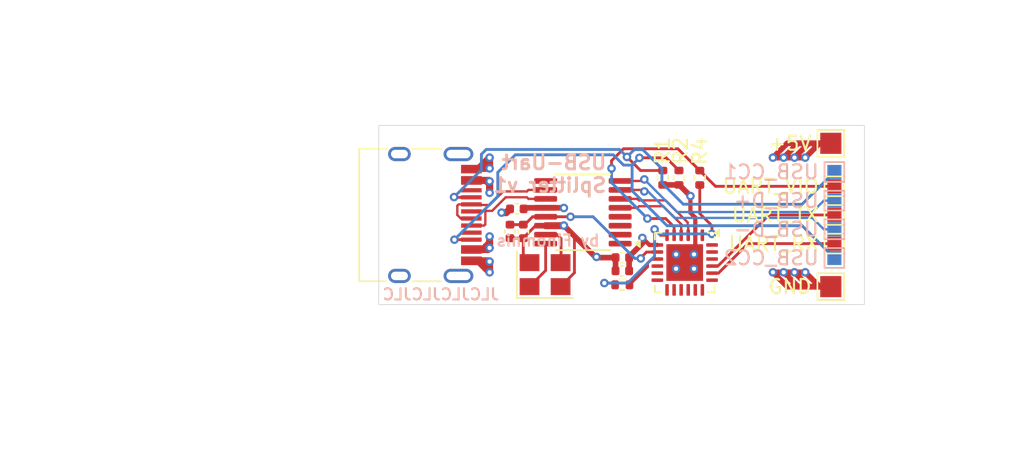
<source format=kicad_pcb>
(kicad_pcb (version 20240108) (generator "pcbnew") (generator_version "8.0")
  (layers (0 "F.Cu" signal) (1 "In1.Cu" signal) (2 "In2.Cu" signal) (31 "B.Cu" signal) (34 "B.Paste" user) (35 "F.Paste" user) (36 "B.SilkS" user "B.Silkscreen") (37 "F.SilkS" user "F.Silkscreen") (38 "B.Mask" user) (39 "F.Mask" user) (44 "Edge.Cuts" user))
  (net 0 "")
  (net 1 "GND")
  (net 2 "+5V")
  (net 3 "Net-(U1-VDD33)")
  (net 6 "/USB_CONN_D-")
  (net 7 "CC2")
  (net 8 "CC1")
  (net 9 "/USB_CONN_D+")
  (net 12 "UART_VIO")
  (net 13 "UART_RX")
  (net 14 "UART_TX")
  (net 15 "USB_D+")
  (net 16 "USB_D-")
  (net 17 "Net-(U2-VDD)")
  (net 18 "Net-(U2-~{RST})")
  (net 21 "Net-(U1-XI)")
  (net 22 "Net-(U1-XO)")
  (net 24 "/USB_UART_D-")
  (net 26 "/USB_UART_D+")
  (footprint "Resistor_SMD:R_0402_1005Metric" (layer "F.Cu") (at 147.2184 73.5636 90)
    (property "Reference" "R4" (at 1.8816 0 90) (layer "F.SilkS"))
    (property "Value" "0")
    (fp_line (start -0.153641 -0.38) (end 0.153641 -0.38) (stroke (width 0.12)) (layer "F.SilkS"))
    (fp_line (start -0.153641 0.38) (end 0.153641 0.38) (stroke (width 0.12)) (layer "F.SilkS"))
    (pad "1" smd roundrect (at -0.51 0 90) (size 0.54 0.64) (layers "F.Cu" "F.Paste" "F.Mask") (net 17 "Net-(U2-VDD)"))
    (pad "2" smd roundrect (at 0.51 0 90) (size 0.54 0.64) (layers "F.Cu" "F.Paste" "F.Mask") (net 12 "UART_VIO"))
  )
  (footprint "Capacitor_SMD:C_0402_1005Metric" (layer "F.Cu") (at 133.7818 77.3658 -90)
    (property "Reference" "C1")
    (property "Value" "0.1u")
    (fp_line (start -0.107836 0.36) (end 0.107836 0.36) (stroke (width 0.12)) (layer "F.SilkS"))
    (fp_line (start -0.107836 -0.36) (end 0.107836 -0.36) (stroke (width 0.12)) (layer "F.SilkS"))
    (pad "1" smd roundrect (at -0.48 0 270) (size 0.56 0.62) (layers "F.Cu" "F.Paste" "F.Mask") (net 3 "Net-(U1-VDD33)"))
    (pad "2" smd roundrect (at 0.48 0 270) (size 0.56 0.62) (layers "F.Cu" "F.Paste" "F.Mask") (net 1 "GND"))
  )
  (footprint "Capacitor_SMD:C_0402_1005Metric" (layer "F.Cu") (at 141.7346 80.1624 180)
    (property "Reference" "C4")
    (property "Value" "4.7u")
    (fp_line (start -0.107836 0.36) (end 0.107836 0.36) (stroke (width 0.12)) (layer "F.SilkS"))
    (fp_line (start -0.107836 -0.36) (end 0.107836 -0.36) (stroke (width 0.12)) (layer "F.SilkS"))
    (pad "1" smd roundrect (at -0.48 0 180) (size 0.56 0.62) (layers "F.Cu" "F.Paste" "F.Mask") (net 2 "+5V"))
    (pad "2" smd roundrect (at 0.48 0 180) (size 0.56 0.62) (layers "F.Cu" "F.Paste" "F.Mask") (net 1 "GND"))
  )
  (footprint "Resistor_SMD:R_0402_1005Metric" (layer "F.Cu") (at 141.732 81.153)
    (property "Reference" "R3")
    (property "Value" "1k")
    (fp_line (start -0.153641 -0.38) (end 0.153641 -0.38) (stroke (width 0.12)) (layer "F.SilkS"))
    (fp_line (start -0.153641 0.38) (end 0.153641 0.38) (stroke (width 0.12)) (layer "F.SilkS"))
    (pad "1" smd roundrect (at -0.51 0) (size 0.54 0.64) (layers "F.Cu" "F.Paste" "F.Mask") (net 17 "Net-(U2-VDD)"))
    (pad "2" smd roundrect (at 0.51 0) (size 0.54 0.64) (layers "F.Cu" "F.Paste" "F.Mask") (net 18 "Net-(U2-~{RST})"))
  )
  (footprint "Capacitor_SMD:C_0402_1005Metric" (layer "F.Cu") (at 134.7216 77.3658 -90)
    (property "Reference" "C2")
    (property "Value" "10u")
    (fp_line (start -0.107836 0.36) (end 0.107836 0.36) (stroke (width 0.12)) (layer "F.SilkS"))
    (fp_line (start -0.107836 -0.36) (end 0.107836 -0.36) (stroke (width 0.12)) (layer "F.SilkS"))
    (pad "1" smd roundrect (at -0.48 0 270) (size 0.56 0.62) (layers "F.Cu" "F.Paste" "F.Mask") (net 3 "Net-(U1-VDD33)"))
    (pad "2" smd roundrect (at 0.48 0 270) (size 0.56 0.62) (layers "F.Cu" "F.Paste" "F.Mask") (net 1 "GND"))
  )
  (footprint "TestPoint:TestPoint_Pad_1.0x1.0mm" (layer "F.Cu") (at 156.752201 76.2)
    (property "Reference" "J5" (hide yes))
    (property "Value" "UART_TX" (at -1.016 0 0) (layer "F.SilkS") (effects (justify right)))
    (fp_line (start -0.7 -0.7) (end 0.7 -0.7) (stroke (width 0.12)) (layer "F.SilkS"))
    (fp_line (start -0.7 0.7) (end -0.7 -0.7) (stroke (width 0.12)) (layer "F.SilkS"))
    (fp_line (start 0.7 -0.7) (end 0.7 0.7) (stroke (width 0.12)) (layer "F.SilkS"))
    (fp_line (start 0.7 0.7) (end -0.7 0.7) (stroke (width 0.12)) (layer "F.SilkS"))
    (pad "1" smd rect (at 0 0) (size 1 1) (layers "F.Cu" "F.Mask") (net 14 "UART_TX"))
  )
  (footprint "Package_DFN_QFN:QFN-24-1EP_4x4mm_P0.5mm_EP2.6x2.6mm" (layer "F.Cu") (at 146.1516 79.5742 -90)
    (property "Reference" "U2")
    (property "Value" "CP2102N-Axx-xQFN24")
    (fp_line (start -2.11 2.11) (end -2.11 1.635) (stroke (width 0.12)) (layer "F.SilkS"))
    (fp_line (start -1.635 2.11) (end -2.11 2.11) (stroke (width 0.12)) (layer "F.SilkS"))
    (fp_line (start 1.635 2.11) (end 2.11 2.11) (stroke (width 0.12)) (layer "F.SilkS"))
    (fp_line (start 2.11 2.11) (end 2.11 1.635) (stroke (width 0.12)) (layer "F.SilkS"))
    (fp_line (start -2.11 -1.635) (end -2.11 -1.87) (stroke (width 0.12)) (layer "F.SilkS"))
    (fp_line (start -1.635 -2.11) (end -1.81 -2.11) (stroke (width 0.12)) (layer "F.SilkS"))
    (fp_line (start 1.635 -2.11) (end 2.11 -2.11) (stroke (width 0.12)) (layer "F.SilkS"))
    (fp_line (start 2.11 -2.11) (end 2.11 -1.635) (stroke (width 0.12)) (layer "F.SilkS"))
    (fp_poly (pts (xy -2.11 -2.11) (xy -2.35 -2.44) (xy -1.87 -2.44) (xy -2.11 -2.11)) (stroke (width 0.12)) (fill solid) (layer "F.SilkS"))
    (pad "1" smd roundrect (at -1.9375 -1.25 270) (size 0.825 0.25) (layers "F.Cu" "F.Paste" "F.Mask"))
    (pad "2" smd roundrect (at -1.9375 -0.75 270) (size 0.825 0.25) (layers "F.Cu" "F.Paste" "F.Mask") (net 1 "GND"))
    (pad "3" smd roundrect (at -1.9375 -0.25 270) (size 0.825 0.25) (layers "F.Cu" "F.Paste" "F.Mask") (net 26 "/USB_UART_D+"))
    (pad "4" smd roundrect (at -1.9375 0.25 270) (size 0.825 0.25) (layers "F.Cu" "F.Paste" "F.Mask") (net 24 "/USB_UART_D-"))
    (pad "5" smd roundrect (at -1.9375 0.75 270) (size 0.825 0.25) (layers "F.Cu" "F.Paste" "F.Mask") (net 12 "UART_VIO"))
    (pad "6" smd roundrect (at -1.9375 1.25 270) (size 0.825 0.25) (layers "F.Cu" "F.Paste" "F.Mask") (net 17 "Net-(U2-VDD)"))
    (pad "7" smd roundrect (at -1.25 1.9375 270) (size 0.25 0.825) (layers "F.Cu" "F.Paste" "F.Mask") (net 2 "+5V"))
    (pad "8" smd roundrect (at -0.75 1.9375 270) (size 0.25 0.825) (layers "F.Cu" "F.Paste" "F.Mask") (net 3 "Net-(U1-VDD33)"))
    (pad "9" smd roundrect (at -0.25 1.9375 270) (size 0.25 0.825) (layers "F.Cu" "F.Paste" "F.Mask") (net 18 "Net-(U2-~{RST})"))
    (pad "10" smd roundrect (at 0.25 1.9375 270) (size 0.25 0.825) (layers "F.Cu" "F.Paste" "F.Mask"))
    (pad "11" smd roundrect (at 0.75 1.9375 270) (size 0.25 0.825) (layers "F.Cu" "F.Paste" "F.Mask"))
    (pad "12" smd roundrect (at 1.25 1.9375 270) (size 0.25 0.825) (layers "F.Cu" "F.Paste" "F.Mask"))
    (pad "13" smd roundrect (at 1.9375 1.25 270) (size 0.825 0.25) (layers "F.Cu" "F.Paste" "F.Mask"))
    (pad "14" smd roundrect (at 1.9375 0.75 270) (size 0.825 0.25) (layers "F.Cu" "F.Paste" "F.Mask"))
    (pad "15" smd roundrect (at 1.9375 0.25 270) (size 0.825 0.25) (layers "F.Cu" "F.Paste" "F.Mask"))
    (pad "16" smd roundrect (at 1.9375 -0.25 270) (size 0.825 0.25) (layers "F.Cu" "F.Paste" "F.Mask"))
    (pad "17" smd roundrect (at 1.9375 -0.75 270) (size 0.825 0.25) (layers "F.Cu" "F.Paste" "F.Mask"))
    (pad "18" smd roundrect (at 1.9375 -1.25 270) (size 0.825 0.25) (layers "F.Cu" "F.Paste" "F.Mask"))
    (pad "19" smd roundrect (at 1.25 -1.9375 270) (size 0.25 0.825) (layers "F.Cu" "F.Paste" "F.Mask"))
    (pad "20" smd roundrect (at 0.75 -1.9375 270) (size 0.25 0.825) (layers "F.Cu" "F.Paste" "F.Mask") (net 13 "UART_RX"))
    (pad "21" smd roundrect (at 0.25 -1.9375 270) (size 0.25 0.825) (layers "F.Cu" "F.Paste" "F.Mask") (net 14 "UART_TX"))
    (pad "22" smd roundrect (at -0.25 -1.9375 270) (size 0.25 0.825) (layers "F.Cu" "F.Paste" "F.Mask"))
    (pad "23" smd roundrect (at -0.75 -1.9375 270) (size 0.25 0.825) (layers "F.Cu" "F.Paste" "F.Mask"))
    (pad "24" smd roundrect (at -1.25 -1.9375 270) (size 0.25 0.825) (layers "F.Cu" "F.Paste" "F.Mask"))
    (pad "25" smd rect (at 0 0 270) (size 2.6 2.6) (property pad_prop_heatsink) (layers "F.Cu" "F.Mask") (net 1 "GND"))
  )
  (footprint "Connector_USB:USB_C_Receptacle_HRO_TYPE-C-31-M-12" (layer "F.Cu") (at 127 76.2 -90)
    (property "Reference" "J1")
    (property "Value" "USB_C_Receptacle_USB2.0_14P")
    (fp_line (start -4.7 3.9) (end 4.7 3.9) (stroke (width 0.12)) (layer "F.SilkS"))
    (fp_line (start -4.7 2) (end -4.7 3.9) (stroke (width 0.12)) (layer "F.SilkS"))
    (fp_line (start 4.7 2) (end 4.7 3.9) (stroke (width 0.12)) (layer "F.SilkS"))
    (fp_line (start -4.7 -1.9) (end -4.7 0.1) (stroke (width 0.12)) (layer "F.SilkS"))
    (fp_line (start 4.7 -1.9) (end 4.7 0.1) (stroke (width 0.12)) (layer "F.SilkS"))
    (pad "" np_thru_hole circle (at -2.89 -2.6 270) (size 0.65 0.65) (drill 0.65) (layers "*.Cu" "*.Mask"))
    (pad "" np_thru_hole circle (at 2.89 -2.6 270) (size 0.65 0.65) (drill 0.65) (layers "*.Cu" "*.Mask"))
    (pad "A1" smd rect (at -3.25 -4.045 270) (size 0.6 1.45) (layers "F.Cu" "F.Paste" "F.Mask") (net 1 "GND"))
    (pad "A4" smd rect (at -2.45 -4.045 270) (size 0.6 1.45) (layers "F.Cu" "F.Paste" "F.Mask") (net 2 "+5V"))
    (pad "A5" smd rect (at -1.25 -4.045 270) (size 0.3 1.45) (layers "F.Cu" "F.Paste" "F.Mask") (net 8 "CC1"))
    (pad "A6" smd rect (at -0.25 -4.045 270) (size 0.3 1.45) (layers "F.Cu" "F.Paste" "F.Mask") (net 9 "/USB_CONN_D+"))
    (pad "A7" smd rect (at 0.25 -4.045 270) (size 0.3 1.45) (layers "F.Cu" "F.Paste" "F.Mask") (net 6 "/USB_CONN_D-"))
    (pad "A8" smd rect (at 1.25 -4.045 270) (size 0.3 1.45) (layers "F.Cu" "F.Paste" "F.Mask"))
    (pad "A9" smd rect (at 2.45 -4.045 270) (size 0.6 1.45) (layers "F.Cu" "F.Paste" "F.Mask") (net 2 "+5V"))
    (pad "A12" smd rect (at 3.25 -4.045 270) (size 0.6 1.45) (layers "F.Cu" "F.Paste" "F.Mask") (net 1 "GND"))
    (pad "B1" smd rect (at 3.25 -4.045 270) (size 0.6 1.45) (layers "F.Cu" "F.Paste" "F.Mask") (net 1 "GND"))
    (pad "B4" smd rect (at 2.45 -4.045 270) (size 0.6 1.45) (layers "F.Cu" "F.Paste" "F.Mask") (net 2 "+5V"))
    (pad "B5" smd rect (at 1.75 -4.045 270) (size 0.3 1.45) (layers "F.Cu" "F.Paste" "F.Mask") (net 7 "CC2"))
    (pad "B6" smd rect (at 0.75 -4.045 270) (size 0.3 1.45) (layers "F.Cu" "F.Paste" "F.Mask") (net 9 "/USB_CONN_D+"))
    (pad "B7" smd rect (at -0.75 -4.045 270) (size 0.3 1.45) (layers "F.Cu" "F.Paste" "F.Mask") (net 6 "/USB_CONN_D-"))
    (pad "B8" smd rect (at -1.75 -4.045 270) (size 0.3 1.45) (layers "F.Cu" "F.Paste" "F.Mask"))
    (pad "B9" smd rect (at -2.45 -4.045 270) (size 0.6 1.45) (layers "F.Cu" "F.Paste" "F.Mask") (net 2 "+5V"))
    (pad "B12" smd rect (at -3.25 -4.045 270) (size 0.6 1.45) (layers "F.Cu" "F.Paste" "F.Mask") (net 1 "GND"))
    (pad "S1" thru_hole oval (at -4.32 -3.13 270) (size 1 2.1) (drill oval 0.6 1.7) (layers "*.Cu" "*.Mask"))
    (pad "S1" thru_hole oval (at -4.32 1.05 270) (size 1 1.6) (drill oval 0.6 1.2) (layers "*.Cu" "*.Mask"))
    (pad "S1" thru_hole oval (at 4.32 -3.13 270) (size 1 2.1) (drill oval 0.6 1.7) (layers "*.Cu" "*.Mask"))
    (pad "S1" thru_hole oval (at 4.32 1.05 270) (size 1 1.6) (drill oval 0.6 1.2) (layers "*.Cu" "*.Mask"))
  )
  (footprint "TestPoint:TestPoint_Pad_1.0x1.0mm" (layer "F.Cu") (at 156.752201 78.232)
    (property "Reference" "J3" (hide yes))
    (property "Value" "UART_RX" (at -1.016 0 0) (layer "F.SilkS") (effects (justify right)))
    (fp_line (start -0.7 -0.7) (end 0.7 -0.7) (stroke (width 0.12)) (layer "F.SilkS"))
    (fp_line (start -0.7 0.7) (end -0.7 -0.7) (stroke (width 0.12)) (layer "F.SilkS"))
    (fp_line (start 0.7 -0.7) (end 0.7 0.7) (stroke (width 0.12)) (layer "F.SilkS"))
    (fp_line (start 0.7 0.7) (end -0.7 0.7) (stroke (width 0.12)) (layer "F.SilkS"))
    (pad "1" smd rect (at 0 0) (size 1 1) (layers "F.Cu" "F.Mask") (net 13 "UART_RX"))
  )
  (footprint "TestPoint:TestPoint_Pad_1.5x1.5mm" (layer "F.Cu") (at 156.498201 71.12)
    (property "Reference" "J4" (hide yes))
    (property "Value" "+5V" (at -1.27 0 0) (layer "F.SilkS") (effects (justify right)))
    (fp_line (start -0.95 -0.95) (end 0.95 -0.95) (stroke (width 0.12)) (layer "F.SilkS"))
    (fp_line (start -0.95 0.95) (end -0.95 -0.95) (stroke (width 0.12)) (layer "F.SilkS"))
    (fp_line (start 0.95 -0.95) (end 0.95 0.95) (stroke (width 0.12)) (layer "F.SilkS"))
    (fp_line (start 0.95 0.95) (end -0.95 0.95) (stroke (width 0.12)) (layer "F.SilkS"))
    (pad "1" smd rect (at 0 0) (size 1.5 1.5) (layers "F.Cu" "F.Mask") (net 2 "+5V"))
  )
  (footprint "Package_SO:QSOP-16_3.9x4.9mm_P0.635mm" (layer "F.Cu") (at 138.9421 76.0095 180)
    (property "Reference" "U1")
    (property "Value" "CH334R")
    (fp_line (start 0 2.6825) (end 1.95 2.6825) (stroke (width 0.12)) (layer "F.SilkS"))
    (fp_line (start 0 2.6825) (end -1.95 2.6825) (stroke (width 0.12)) (layer "F.SilkS"))
    (fp_line (start 0 -2.6825) (end 1.95 -2.6825) (stroke (width 0.12)) (layer "F.SilkS"))
    (fp_line (start 0 -2.6825) (end -1.95 -2.6825) (stroke (width 0.12)) (layer "F.SilkS"))
    (fp_poly (pts (xy -3.71 -2.2225) (xy -4.04 -2.4625) (xy -4.04 -1.9825) (xy -3.71 -2.2225)) (stroke (width 0.12)) (fill solid) (layer "F.SilkS"))
    (pad "1" smd roundrect (at -2.6375 -2.2225 180) (size 1.625 0.4) (layers "F.Cu" "F.Paste" "F.Mask"))
    (pad "2" smd roundrect (at -2.6375 -1.5875 180) (size 1.625 0.4) (layers "F.Cu" "F.Paste" "F.Mask"))
    (pad "3" smd roundrect (at -2.6375 -0.9525 180) (size 1.625 0.4) (layers "F.Cu" "F.Paste" "F.Mask"))
    (pad "4" smd roundrect (at -2.6375 -0.3175 180) (size 1.625 0.4) (layers "F.Cu" "F.Paste" "F.Mask"))
    (pad "5" smd roundrect (at -2.6375 0.3175 180) (size 1.625 0.4) (layers "F.Cu" "F.Paste" "F.Mask") (net 24 "/USB_UART_D-"))
    (pad "6" smd roundrect (at -2.6375 0.9525 180) (size 1.625 0.4) (layers "F.Cu" "F.Paste" "F.Mask") (net 26 "/USB_UART_D+"))
    (pad "7" smd roundrect (at -2.6375 1.5875 180) (size 1.625 0.4) (layers "F.Cu" "F.Paste" "F.Mask") (net 16 "USB_D-"))
    (pad "8" smd roundrect (at -2.6375 2.2225 180) (size 1.625 0.4) (layers "F.Cu" "F.Paste" "F.Mask") (net 15 "USB_D+"))
    (pad "9" smd roundrect (at 2.6375 2.2225 180) (size 1.625 0.4) (layers "F.Cu" "F.Paste" "F.Mask"))
    (pad "10" smd roundrect (at 2.6375 1.5875 180) (size 1.625 0.4) (layers "F.Cu" "F.Paste" "F.Mask") (net 6 "/USB_CONN_D-"))
    (pad "11" smd roundrect (at 2.6375 0.9525 180) (size 1.625 0.4) (layers "F.Cu" "F.Paste" "F.Mask") (net 9 "/USB_CONN_D+"))
    (pad "12" smd roundrect (at 2.6375 0.3175 180) (size 1.625 0.4) (layers "F.Cu" "F.Paste" "F.Mask") (net 2 "+5V"))
    (pad "13" smd roundrect (at 2.6375 -0.3175 180) (size 1.625 0.4) (layers "F.Cu" "F.Paste" "F.Mask") (net 3 "Net-(U1-VDD33)"))
    (pad "14" smd roundrect (at 2.6375 -0.9525 180) (size 1.625 0.4) (layers "F.Cu" "F.Paste" "F.Mask") (net 1 "GND"))
    (pad "15" smd roundrect (at 2.6375 -1.5875 180) (size 1.625 0.4) (layers "F.Cu" "F.Paste" "F.Mask") (net 22 "Net-(U1-XO)"))
    (pad "16" smd roundrect (at 2.6375 -2.2225 180) (size 1.625 0.4) (layers "F.Cu" "F.Paste" "F.Mask") (net 21 "Net-(U1-XI)"))
  )
  (footprint "Resistor_SMD:R_0402_1005Metric" (layer "F.Cu") (at 144.6022 73.5584 -90)
    (property "Reference" "R1" (at -1.903 0.0254 90) (layer "F.SilkS"))
    (property "Value" "5.1k")
    (fp_line (start -0.153641 0.38) (end 0.153641 0.38) (stroke (width 0.12)) (layer "F.SilkS"))
    (fp_line (start -0.153641 -0.38) (end 0.153641 -0.38) (stroke (width 0.12)) (layer "F.SilkS"))
    (pad "1" smd roundrect (at -0.51 0 270) (size 0.54 0.64) (layers "F.Cu" "F.Paste" "F.Mask") (net 8 "CC1"))
    (pad "2" smd roundrect (at 0.51 0 270) (size 0.54 0.64) (layers "F.Cu" "F.Paste" "F.Mask") (net 1 "GND"))
  )
  (footprint "TestPoint:TestPoint_Pad_1.5x1.5mm" (layer "F.Cu") (at 156.498201 81.28)
    (property "Reference" "J10" (hide yes))
    (property "Value" "GND" (at -1.27 0 0) (layer "F.SilkS") (effects (justify right)))
    (fp_line (start -0.95 -0.95) (end 0.95 -0.95) (stroke (width 0.12)) (layer "F.SilkS"))
    (fp_line (start -0.95 0.95) (end -0.95 -0.95) (stroke (width 0.12)) (layer "F.SilkS"))
    (fp_line (start 0.95 -0.95) (end 0.95 0.95) (stroke (width 0.12)) (layer "F.SilkS"))
    (fp_line (start 0.95 0.95) (end -0.95 0.95) (stroke (width 0.12)) (layer "F.SilkS"))
    (pad "1" smd rect (at 0 0) (size 1.5 1.5) (layers "F.Cu" "F.Mask") (net 1 "GND"))
  )
  (footprint "Resistor_SMD:R_0402_1005Metric" (layer "F.Cu") (at 145.7452 73.5584 -90)
    (property "Reference" "R2" (at -1.903 -0.1016 90) (layer "F.SilkS"))
    (property "Value" "5.1k")
    (fp_line (start -0.153641 0.38) (end 0.153641 0.38) (stroke (width 0.12)) (layer "F.SilkS"))
    (fp_line (start -0.153641 -0.38) (end 0.153641 -0.38) (stroke (width 0.12)) (layer "F.SilkS"))
    (pad "1" smd roundrect (at -0.51 0 270) (size 0.54 0.64) (layers "F.Cu" "F.Paste" "F.Mask") (net 7 "CC2"))
    (pad "2" smd roundrect (at 0.51 0 270) (size 0.54 0.64) (layers "F.Cu" "F.Paste" "F.Mask") (net 1 "GND"))
  )
  (footprint "Crystal:Crystal_SMD_3225-4Pin_3.2x2.5mm" (layer "F.Cu") (at 136.2632 80.4282)
    (property "Reference" "Y1")
    (property "Value" "12MHz")
    (fp_line (start -2 -1.65) (end -2 1.65) (stroke (width 0.12)) (layer "F.SilkS"))
    (fp_line (start -2 1.65) (end 2 1.65) (stroke (width 0.12)) (layer "F.SilkS"))
    (pad "1" smd rect (at -1.1 0.85) (size 1.4 1.2) (layers "F.Cu" "F.Paste" "F.Mask") (net 21 "Net-(U1-XI)"))
    (pad "2" smd rect (at 1.1 0.85) (size 1.4 1.2) (layers "F.Cu" "F.Paste" "F.Mask") (net 1 "GND"))
    (pad "3" smd rect (at 1.1 -0.85) (size 1.4 1.2) (layers "F.Cu" "F.Paste" "F.Mask") (net 22 "Net-(U1-XO)"))
    (pad "4" smd rect (at -1.1 -0.85) (size 1.4 1.2) (layers "F.Cu" "F.Paste" "F.Mask") (net 1 "GND"))
  )
  (footprint "TestPoint:TestPoint_Pad_1.0x1.0mm" (layer "F.Cu") (at 156.752201 74.168)
    (property "Reference" "J2" (hide yes))
    (property "Value" "UART_VIO" (at -1.016 0 0) (layer "F.SilkS") (effects (justify right)))
    (fp_line (start -0.7 -0.7) (end 0.7 -0.7) (stroke (width 0.12)) (layer "F.SilkS"))
    (fp_line (start -0.7 0.7) (end -0.7 -0.7) (stroke (width 0.12)) (layer "F.SilkS"))
    (fp_line (start 0.7 -0.7) (end 0.7 0.7) (stroke (width 0.12)) (layer "F.SilkS"))
    (fp_line (start 0.7 0.7) (end -0.7 0.7) (stroke (width 0.12)) (layer "F.SilkS"))
    (pad "1" smd rect (at 0 0) (size 1 1) (layers "F.Cu" "F.Mask") (net 12 "UART_VIO"))
  )
  (footprint "Capacitor_SMD:C_0402_1005Metric" (layer "F.Cu") (at 134.2644 75.7682 180)
    (property "Reference" "C3")
    (property "Value" "1u")
    (fp_line (start -0.107836 0.36) (end 0.107836 0.36) (stroke (width 0.12)) (layer "F.SilkS"))
    (fp_line (start -0.107836 -0.36) (end 0.107836 -0.36) (stroke (width 0.12)) (layer "F.SilkS"))
    (pad "1" smd roundrect (at -0.48 0 180) (size 0.56 0.62) (layers "F.Cu" "F.Paste" "F.Mask") (net 2 "+5V"))
    (pad "2" smd roundrect (at 0.48 0 180) (size 0.56 0.62) (layers "F.Cu" "F.Paste" "F.Mask") (net 1 "GND"))
  )
  (footprint "Capacitor_SMD:C_0402_1005Metric" (layer "F.Cu") (at 141.7346 79.2226 180)
    (property "Reference" "C5")
    (property "Value" "0.1u")
    (fp_line (start -0.107836 0.36) (end 0.107836 0.36) (stroke (width 0.12)) (layer "F.SilkS"))
    (fp_line (start -0.107836 -0.36) (end 0.107836 -0.36) (stroke (width 0.12)) (layer "F.SilkS"))
    (pad "1" smd roundrect (at -0.48 0 180) (size 0.56 0.62) (layers "F.Cu" "F.Paste" "F.Mask") (net 2 "+5V"))
    (pad "2" smd roundrect (at 0.48 0 180) (size 0.56 0.62) (layers "F.Cu" "F.Paste" "F.Mask") (net 1 "GND"))
  )
  (footprint "TestPoint:TestPoint_Pad_1.0x1.0mm" (layer "B.Cu") (at 156.752201 79.248 180)
    (property "Reference" "J9" (hide yes))
    (property "Value" "USB_CC2" (at 1.016 0 0) (layer "B.SilkS") (effects (justify left mirror)))
    (fp_line (start 0.7 0.7) (end -0.7 0.7) (stroke (width 0.12)) (layer "B.SilkS"))
    (fp_line (start 0.7 -0.7) (end 0.7 0.7) (stroke (width 0.12)) (layer "B.SilkS"))
    (fp_line (start -0.7 0.7) (end -0.7 -0.7) (stroke (width 0.12)) (layer "B.SilkS"))
    (fp_line (start -0.7 -0.7) (end 0.7 -0.7) (stroke (width 0.12)) (layer "B.SilkS"))
    (pad "1" smd rect (at 0 0 180) (size 1 1) (layers "B.Cu" "B.Mask") (net 7 "CC2"))
  )
  (footprint "TestPoint:TestPoint_Pad_1.0x1.0mm" (layer "B.Cu") (at 156.752201 73.152 180)
    (property "Reference" "J6")
    (property "Value" "USB_CC1" (at 1.016 0 0) (layer "B.SilkS") (effects (justify left mirror)))
    (fp_line (start 0.7 0.7) (end -0.7 0.7) (stroke (width 0.12)) (layer "B.SilkS"))
    (fp_line (start 0.7 -0.7) (end 0.7 0.7) (stroke (width 0.12)) (layer "B.SilkS"))
    (fp_line (start -0.7 0.7) (end -0.7 -0.7) (stroke (width 0.12)) (layer "B.SilkS"))
    (fp_line (start -0.7 -0.7) (end 0.7 -0.7) (stroke (width 0.12)) (layer "B.SilkS"))
    (pad "1" smd rect (at 0 0 180) (size 1 1) (layers "B.Cu" "B.Mask") (net 8 "CC1"))
  )
  (footprint "TestPoint:TestPoint_Pad_1.0x1.0mm" (layer "B.Cu") (at 156.752201 75.184 180)
    (property "Reference" "J7")
    (property "Value" "USB_D+" (at 1.016 0 0) (layer "B.SilkS") (effects (justify left mirror)))
    (fp_line (start 0.7 0.7) (end -0.7 0.7) (stroke (width 0.12)) (layer "B.SilkS"))
    (fp_line (start 0.7 -0.7) (end 0.7 0.7) (stroke (width 0.12)) (layer "B.SilkS"))
    (fp_line (start -0.7 0.7) (end -0.7 -0.7) (stroke (width 0.12)) (layer "B.SilkS"))
    (fp_line (start -0.7 -0.7) (end 0.7 -0.7) (stroke (width 0.12)) (layer "B.SilkS"))
    (pad "1" smd rect (at 0 0 180) (size 1 1) (layers "B.Cu" "B.Mask") (net 15 "USB_D+"))
  )
  (footprint "TestPoint:TestPoint_Pad_1.0x1.0mm" (layer "B.Cu") (at 156.752201 77.216 180)
    (property "Reference" "J8" (hide yes))
    (property "Value" "USB_D-" (at 1.016 0 0) (layer "B.SilkS") (effects (justify left mirror)))
    (fp_line (start 0.7 0.7) (end -0.7 0.7) (stroke (width 0.12)) (layer "B.SilkS"))
    (fp_line (start 0.7 -0.7) (end 0.7 0.7) (stroke (width 0.12)) (layer "B.SilkS"))
    (fp_line (start -0.7 0.7) (end -0.7 -0.7) (stroke (width 0.12)) (layer "B.SilkS"))
    (fp_line (start -0.7 -0.7) (end 0.7 -0.7) (stroke (width 0.12)) (layer "B.SilkS"))
    (pad "1" smd rect (at 0 0 180) (size 1 1) (layers "B.Cu" "B.Mask") (net 16 "USB_D-"))
  )
  (gr_rect (start 124.4854 69.85) (end 158.877 82.55) (stroke (width 0.05)) (fill none) (layer "Edge.Cuts"))
  (gr_text "USB-Uart\nSplitter v1" (at 140.716 74.676 0) (layer "B.SilkS") (effects (font (size 1 1) (thickness 0.2) (bold yes)) (justify left bottom mirror)))
  (gr_text "JLCJLCJLCJLC" (at 133.096 82.296 0) (layer "B.SilkS") (effects (font (size 0.8 0.8) (thickness 0.15) (bold yes)) (justify left bottom mirror)))
  (gr_text "by Finomnis" (at 140.208 78.486 -0) (layer "B.SilkS") (effects (font (size 0.8 0.8) (thickness 0.15) (bold yes)) (justify left bottom mirror)))
  (segment (start 141.2546 79.2226) (end 139.954 79.2226) (width 0.4) (layer "F.Cu") (net 1))
  (segment (start 146.9016 77.6367) (end 146.9016 78.8242) (width 0.3) (layer "F.Cu") (net 1))
  (segment (start 144.6022 74.0684) (end 145.7452 74.0684) (width 0.4) (layer "F.Cu") (net 1))
  (segment (start 137.3632 81.2782) (end 138.3432 80.2982) (width 0.2) (layer "F.Cu") (net 1))
  (segment (start 137.5832 76.962) (end 136.3046 76.962) (width 0.5) (layer "F.Cu") (net 1))
  (segment (start 134.7216 77.8458) (end 134.7216 77.827328) (width 0.2) (layer "F.Cu") (net 1))
  (segment (start 134.7216 79.1366) (end 135.1632 79.5782) (width 0.2) (layer "F.Cu") (net 1))
  (segment (start 139.8184 79.1718) (end 137.5959 76.9493) (width 0.4) (layer "F.Cu") (net 1))
  (segment (start 145.7684 74.0684) (end 146.558 74.858) (width 0.4) (layer "F.Cu") (net 1))
  (segment (start 131.52 79.45) (end 132.334 80.264) (width 0.5) (layer "F.Cu") (net 1))
  (segment (start 131.097 72.898) (end 132.334 72.898) (width 0.5) (layer "F.Cu") (net 1))
  (segment (start 155.702 81.28) (end 154.686 80.264) (width 0.4) (layer "F.Cu") (net 1))
  (segment (start 134.7216 77.8458) (end 133.8886 77.8458) (width 0.2) (layer "F.Cu") (net 1))
  (segment (start 131.045 72.95) (end 131.52 72.95) (width 0.5) (layer "F.Cu") (net 1))
  (segment (start 132.282 79.45) (end 132.334 79.502) (width 0.5) (layer "F.Cu") (net 1))
  (segment (start 134.7216 77.827328) (end 135.586928 76.962) (width 0.2) (layer "F.Cu") (net 1))
  (segment (start 133.518903 76.033697) (end 133.7844 75.7682) (width 0.5) (layer "F.Cu") (net 1))
  (segment (start 154.178 81.28) (end 153.162 80.264) (width 0.4) (layer "F.Cu") (net 1))
  (segment (start 141.2546 79.2226) (end 141.2546 80.1624) (width 0.4) (layer "F.Cu") (net 1))
  (segment (start 133.183697 76.033697) (end 133.518903 76.033697) (width 0.5) (layer "F.Cu") (net 1))
  (segment (start 146.9016 76.389712) (end 146.558 76.046112) (width 0.3) (layer "F.Cu") (net 1))
  (segment (start 156.498201 81.28) (end 154.94 81.28) (width 0.4) (layer "F.Cu") (net 1))
  (segment (start 146.9016 78.8242) (end 146.1516 79.5742) (width 0.3) (layer "F.Cu") (net 1))
  (segment (start 139.954 79.2226) (end 139.9032 79.1718) (width 0.4) (layer "F.Cu") (net 1))
  (segment (start 131.045 72.95) (end 131.097 72.898) (width 0.5) (layer "F.Cu") (net 1))
  (segment (start 131.045 79.45) (end 132.282 79.45) (width 0.5) (layer "F.Cu") (net 1))
  (segment (start 146.9016 77.6367) (end 146.9016 76.389712) (width 0.3) (layer "F.Cu") (net 1))
  (segment (start 154.686 80.264) (end 152.4 80.264) (width 0.4) (layer "F.Cu") (net 1))
  (segment (start 154.94 81.28) (end 153.924 80.264) (width 0.4) (layer "F.Cu") (net 1))
  (segment (start 138.3432 80.2982) (end 138.3432 77.6966) (width 0.2) (layer "F.Cu") (net 1))
  (segment (start 139.9032 79.1718) (end 139.8184 79.1718) (width 0.4) (layer "F.Cu") (net 1))
  (segment (start 133.8886 77.8458) (end 133.7818 77.9526) (width 0.2) (layer "F.Cu") (net 1))
  (segment (start 137.5959 76.9493) (end 137.5832 76.962) (width 0.5) (layer "F.Cu") (net 1))
  (segment (start 131.52 72.95) (end 132.334 72.136) (width 0.5) (layer "F.Cu") (net 1))
  (segment (start 135.586928 76.962) (end 136.3046 76.962) (width 0.2) (layer "F.Cu") (net 1))
  (segment (start 153.416 81.28) (end 152.4 80.264) (width 0.4) (layer "F.Cu") (net 1))
  (segment (start 145.7452 74.0684) (end 145.7684 74.0684) (width 0.4) (layer "F.Cu") (net 1))
  (segment (start 132.334 72.898) (end 132.334 72.136) (width 0.5) (layer "F.Cu") (net 1))
  (segment (start 131.045 79.45) (end 131.52 79.45) (width 0.5) (layer "F.Cu") (net 1))
  (segment (start 132.334 79.502) (end 132.334 80.264) (width 0.5) (layer "F.Cu") (net 1))
  (segment (start 138.3432 77.6966) (end 137.5959 76.9493) (width 0.2) (layer "F.Cu") (net 1))
  (segment (start 134.7216 77.8458) (end 134.7216 79.1366) (width 0.2) (layer "F.Cu") (net 1))
  (segment (start 156.498201 81.28) (end 155.702 81.28) (width 0.4) (layer "F.Cu") (net 1))
  (segment (start 156.498201 81.28) (end 153.416 81.28) (width 0.4) (layer "F.Cu") (net 1))
  (segment (start 146.558 76.046112) (end 146.558 74.858) (width 0.3) (layer "F.Cu") (net 1))
  (segment (start 156.498201 81.28) (end 154.178 81.28) (width 0.4) (layer "F.Cu") (net 1))
  (via (at 133.183697 76.033697) (size 0.6) (drill 0.3) (layers "F.Cu" "B.Cu") (net 1))
  (via (at 152.4 80.264) (size 0.6) (drill 0.3) (layers "F.Cu" "B.Cu") (net 1))
  (via (at 132.334 79.502) (size 0.6) (drill 0.3) (layers "F.Cu" "B.Cu") (net 1))
  (via (at 132.334 80.264) (size 0.6) (drill 0.3) (layers "F.Cu" "B.Cu") (net 1))
  (via (at 145.542 80.01) (size 0.6) (drill 0.3) (layers "F.Cu" "B.Cu") (net 1))
  (via (at 146.812 78.994) (size 0.6) (drill 0.3) (layers "F.Cu" "B.Cu") (net 1))
  (via (at 132.334 72.898) (size 0.6) (drill 0.3) (layers "F.Cu" "B.Cu") (net 1))
  (via (at 153.924 80.264) (size 0.6) (drill 0.3) (layers "F.Cu" "B.Cu") (net 1))
  (via (at 146.812 80.01) (size 0.6) (drill 0.3) (layers "F.Cu" "B.Cu") (net 1))
  (via (at 132.334 72.136) (size 0.6) (drill 0.3) (layers "F.Cu" "B.Cu") (net 1))
  (via (at 146.558 74.858) (size 0.6) (drill 0.3) (layers "F.Cu" "B.Cu") (net 1))
  (via (at 137.5959 76.9493) (size 0.6) (drill 0.3) (layers "F.Cu" "B.Cu") (net 1))
  (via (at 153.162 80.264) (size 0.6) (drill 0.3) (layers "F.Cu" "B.Cu") (net 1))
  (via (at 139.9032 79.1718) (size 0.6) (drill 0.3) (layers "F.Cu" "B.Cu") (net 1))
  (via (at 145.542 78.994) (size 0.6) (drill 0.3) (layers "F.Cu" "B.Cu") (net 1))
  (via (at 154.686 80.264) (size 0.6) (drill 0.3) (layers "F.Cu" "B.Cu") (net 1))
  (segment (start 155.702 71.12) (end 154.686 72.136) (width 0.4) (layer "F.Cu") (net 2))
  (segment (start 132.2716 73.75) (end 131.045 73.75) (width 0.5) (layer "F.Cu") (net 2))
  (segment (start 131.045 78.65) (end 132.2208 78.65) (width 0.5) (layer "F.Cu") (net 2))
  (segment (start 134.8206 75.692) (end 134.7444 75.7682) (width 0.4) (layer "F.Cu") (net 2))
  (segment (start 137.5832 75.692) (end 137.5959 75.7047) (width 0.4) (layer "F.Cu") (net 2))
  (segment (start 156.498201 71.12) (end 155.702 71.12) (width 0.4) (layer "F.Cu") (net 2))
  (segment (start 153.416 71.12) (end 152.4 72.136) (width 0.4) (layer "F.Cu") (net 2))
  (segment (start 154.178 71.12) (end 153.162 72.136) (width 0.4) (layer "F.Cu") (net 2))
  (segment (start 132.334 73.8124) (end 132.334 74.6252) (width 0.5) (layer "F.Cu") (net 2))
  (segment (start 142.2146 79.1464) (end 143.0378 78.3232) (width 0.4) (layer "F.Cu") (net 2))
  (segment (start 132.2208 78.65) (end 132.334 78.5368) (width 0.5) (layer "F.Cu") (net 2))
  (segment (start 136.3046 75.692) (end 134.8206 75.692) (width 0.4) (layer "F.Cu") (net 2))
  (segment (start 143.1544 78.2066) (end 143.1544 77.8256) (width 0.4) (layer "F.Cu") (net 2))
  (segment (start 154.94 71.12) (end 153.924 72.136) (width 0.4) (layer "F.Cu") (net 2))
  (segment (start 156.498201 71.12) (end 154.178 71.12) (width 0.4) (layer "F.Cu") (net 2))
  (segment (start 131.045 78.65) (end 131.8652 78.65) (width 0.5) (layer "F.Cu") (net 2))
  (segment (start 132.334 78.5368) (end 132.334 78.1812) (width 0.5) (layer "F.Cu") (net 2))
  (segment (start 132.334 73.8124) (end 132.2716 73.75) (width 0.5) (layer "F.Cu") (net 2))
  (segment (start 132.334 74.6252) (end 132.334 74.004) (width 0.5) (layer "F.Cu") (net 2))
  (segment (start 136.3046 75.692) (end 137.5832 75.692) (width 0.4) (layer "F.Cu") (net 2))
  (segment (start 156.498201 71.12) (end 154.94 71.12) (width 0.4) (layer "F.Cu") (net 2))
  (segment (start 154.686 72.136) (end 152.4 72.136) (width 0.4) (layer "F.Cu") (net 2))
  (segment (start 132.08 73.75) (end 131.045 73.75) (width 0.5) (layer "F.Cu") (net 2))
  (segment (start 144.2141 78.3242) (end 143.653 78.3242) (width 0.3) (layer "F.Cu") (net 2))
  (segment (start 142.2146 79.2226) (end 142.2146 79.1464) (width 0.4) (layer "F.Cu") (net 2))
  (segment (start 143.0378 78.3232) (end 143.1544 78.2066) (width 0.4) (layer "F.Cu") (net 2))
  (segment (start 132.334 74.004) (end 132.08 73.75) (width 0.5) (layer "F.Cu") (net 2))
  (segment (start 143.653 78.3242) (end 143.1544 77.8256) (width 0.3) (layer "F.Cu") (net 2))
  (segment (start 142.2146 79.2226) (end 142.2146 80.1624) (width 0.4) (layer "F.Cu") (net 2))
  (segment (start 156.498201 71.12) (end 153.416 71.12) (width 0.4) (layer "F.Cu") (net 2))
  (segment (start 131.8652 78.65) (end 132.334 78.1812) (width 0.5) (layer "F.Cu") (net 2))
  (segment (start 132.334 78.1812) (end 132.334 77.724) (width 0.5) (layer "F.Cu") (net 2))
  (via (at 153.924 72.136) (size 0.6) (drill 0.3) (layers "F.Cu" "B.Cu") (net 2))
  (via (at 154.686 72.136) (size 0.6) (drill 0.3) (layers "F.Cu" "B.Cu") (net 2))
  (via (at 137.5959 75.7047) (size 0.6) (drill 0.3) (layers "F.Cu" "B.Cu") (net 2))
  (via (at 143.1544 77.8256) (size 0.6) (drill 0.3) (layers "F.Cu" "B.Cu") (net 2))
  (via (at 132.334 77.724) (size 0.6) (drill 0.3) (layers "F.Cu" "B.Cu") (net 2))
  (via (at 132.334 73.8124) (size 0.6) (drill 0.3) (layers "F.Cu" "B.Cu") (net 2))
  (via (at 153.162 72.136) (size 0.6) (drill 0.3) (layers "F.Cu" "B.Cu") (net 2))
  (via (at 152.4 72.136) (size 0.6) (drill 0.3) (layers "F.Cu" "B.Cu") (net 2))
  (via (at 132.334 74.6252) (size 0.6) (drill 0.3) (layers "F.Cu" "B.Cu") (net 2))
  (via (at 132.334 78.5368) (size 0.6) (drill 0.3) (layers "F.Cu" "B.Cu") (net 2))
  (segment (start 135.382 76.327) (end 134.8232 76.8858) (width 0.2) (layer "F.Cu") (net 3))
  (segment (start 133.8886 76.8858) (end 133.7818 76.9926) (width 0.2) (layer "F.Cu") (net 3))
  (segment (start 138.06616 76.327) (end 138.066161 76.327001) (width 0.2) (layer "F.Cu") (net 3))
  (segment (start 143.041562 79.232639) (end 143.446001 78.8282) (width 0.2) (layer "F.Cu") (net 3))
  (segment (start 143.041562 79.281104) (end 143.041562 79.232639) (width 0.2) (layer "F.Cu") (net 3))
  (segment (start 134.8232 76.8858) (end 134.7216 76.8858) (width 0.2) (layer "F.Cu") (net 3))
  (segment (start 135.382 76.327) (end 136.3046 76.327) (width 0.2) (layer "F.Cu") (net 3))
  (segment (start 136.3046 76.327) (end 138.06616 76.327) (width 0.2) (layer "F.Cu") (net 3))
  (segment (start 134.7164 76.9926) (end 134.7216 76.9874) (width 0.2) (layer "F.Cu") (net 3))
  (segment (start 143.446001 78.8282) (end 143.8585 78.8282) (width 0.2) (layer "F.Cu") (net 3))
  (segment (start 134.7216 76.8858) (end 133.8886 76.8858) (width 0.2) (layer "F.Cu") (net 3))
  (via (at 138.066161 76.327001) (size 0.6) (drill 0.3) (layers "F.Cu" "B.Cu") (net 3))
  (via (at 143.041562 79.281104) (size 0.6) (drill 0.3) (layers "F.Cu" "B.Cu") (net 3))
  (segment (start 142.618519 79.281104) (end 139.664416 76.327001) (width 0.2) (layer "B.Cu") (net 3))
  (segment (start 139.664416 76.327001) (end 138.066161 76.327001) (width 0.2) (layer "B.Cu") (net 3))
  (segment (start 143.041562 79.281104) (end 142.618519 79.281104) (width 0.2) (layer "B.Cu") (net 3))
  (segment (start 131.0872 75.4922) (end 132.341526 75.4922) (width 0.1656) (layer "F.Cu") (net 6))
  (segment (start 130.048 76.2) (end 130.298 76.45) (width 0.1656) (layer "F.Cu") (net 6))
  (segment (start 131.045 75.45) (end 131.0872 75.4922) (width 0.1656) (layer "F.Cu") (net 6))
  (segment (start 130.048 75.5464) (end 130.048 76.2) (width 0.1656) (layer "F.Cu") (net 6))
  (segment (start 132.341526 75.4922) (end 133.302026 74.5317) (width 0.1656) (layer "F.Cu") (net 6))
  (segment (start 130.298 76.45) (end 131.045 76.45) (width 0.1656) (layer "F.Cu") (net 6))
  (segment (start 134.976149 74.5317) (end 135.085849 74.422) (width 0.1656) (layer "F.Cu") (net 6))
  (segment (start 131.045 75.45) (end 130.1444 75.45) (width 0.1656) (layer "F.Cu") (net 6))
  (segment (start 135.085849 74.422) (end 136.3046 74.422) (width 0.1656) (layer "F.Cu") (net 6))
  (segment (start 130.1444 75.45) (end 130.048 75.5464) (width 0.1656) (layer "F.Cu") (net 6))
  (segment (start 133.302026 74.5317) (end 134.976149 74.5317) (width 0.1656) (layer "F.Cu") (net 6))
  (segment (start 144.844824 72.148024) (end 145.7452 73.0484) (width 0.2) (layer "F.Cu") (net 7))
  (segment (start 142.945268 72.148024) (end 144.844824 72.148024) (width 0.2) (layer "F.Cu") (net 7))
  (segment (start 129.8474 77.95) (end 129.8448 77.9526) (width 0.2) (layer "F.Cu") (net 7))
  (segment (start 131.045 77.95) (end 129.8474 77.95) (width 0.2) (layer "F.Cu") (net 7))
  (via (at 129.8448 77.9526) (size 0.6) (drill 0.3) (layers "F.Cu" "B.Cu") (net 7))
  (via (at 142.945268 72.148024) (size 0.6) (drill 0.3) (layers "F.Cu" "B.Cu") (net 7))
  (segment (start 129.8448 77.9526) (end 132.914 74.8834) (width 0.2) (layer "B.Cu") (net 7))
  (segment (start 132.914 73.1816) (end 134.1596 71.936) (width 0.2) (layer "B.Cu") (net 7))
  (segment (start 134.1596 71.936) (end 134.3406 71.936) (width 0.2) (layer "B.Cu") (net 7))
  (segment (start 154.466201 76.962) (end 144.905467 76.962) (width 0.2) (layer "B.Cu") (net 7))
  (segment (start 144.905467 76.962) (end 142.428092 74.484625) (width 0.2) (layer "B.Cu") (net 7))
  (segment (start 132.914 74.8834) (end 132.914 73.1816) (width 0.2) (layer "B.Cu") (net 7))
  (segment (start 141.821956 72.6652) (end 142.428092 72.6652) (width 0.2) (layer "B.Cu") (net 7))
  (segment (start 156.752201 79.248) (end 154.466201 76.962) (width 0.2) (layer "B.Cu") (net 7))
  (segment (start 141.092756 71.936) (end 141.821956 72.6652) (width 0.2) (layer "B.Cu") (net 7))
  (segment (start 142.428092 72.6652) (end 142.945268 72.148024) (width 0.2) (layer "B.Cu") (net 7))
  (segment (start 142.428092 74.484625) (end 142.428092 72.6652) (width 0.2) (layer "B.Cu") (net 7))
  (segment (start 134.3406 71.936) (end 141.092756 71.936) (width 0.2) (layer "B.Cu") (net 7))
  (segment (start 142.0622 72.0852) (end 143.0254 73.0484) (width 0.2) (layer "F.Cu") (net 8))
  (segment (start 129.8394 74.95) (end 129.8194 74.93) (width 0.2) (layer "F.Cu") (net 8))
  (segment (start 143.0254 73.0484) (end 144.6022 73.0484) (width 0.2) (layer "F.Cu") (net 8))
  (segment (start 131.045 74.95) (end 129.8394 74.95) (width 0.2) (layer "F.Cu") (net 8))
  (via (at 129.8194 74.93) (size 0.6) (drill 0.3) (layers "F.Cu" "B.Cu") (net 8))
  (via (at 142.0622 72.0852) (size 0.6) (drill 0.3) (layers "F.Cu" "B.Cu") (net 8))
  (segment (start 143.185512 71.568024) (end 142.579376 71.568024) (width 0.2) (layer "B.Cu") (net 8))
  (segment (start 129.8194 74.93) (end 131.754 72.9954) (width 0.2) (layer "B.Cu") (net 8))
  (segment (start 131.754 72.9954) (end 131.754 71.895756) (width 0.2) (layer "B.Cu") (net 8))
  (segment (start 144.537393 73.925393) (end 144.537393 72.919905) (width 0.2) (layer "B.Cu") (net 8))
  (segment (start 144.537393 72.919905) (end 143.185512 71.568024) (width 0.2) (layer "B.Cu") (net 8))
  (segment (start 132.093756 71.556) (end 141.533 71.556) (width 0.2) (layer "B.Cu") (net 8))
  (segment (start 131.754 71.895756) (end 132.093756 71.556) (width 0.2) (layer "B.Cu") (net 8))
  (segment (start 146.05 75.438) (end 144.537393 73.925393) (width 0.2) (layer "B.Cu") (net 8))
  (segment (start 156.752201 73.152) (end 154.466201 75.438) (width 0.2) (layer "B.Cu") (net 8))
  (segment (start 142.579376 71.568024) (end 142.0622 72.0852) (width 0.2) (layer "B.Cu") (net 8))
  (segment (start 154.466201 75.438) (end 146.05 75.438) (width 0.2) (layer "B.Cu") (net 8))
  (segment (start 141.533 71.556) (end 142.0622 72.0852) (width 0.2) (layer "B.Cu") (net 8))
  (segment (start 135.085849 75.057) (end 136.3046 75.057) (width 0.1656) (layer "F.Cu") (net 9))
  (segment (start 132.513674 75.9078) (end 133.474174 74.9473) (width 0.1656) (layer "F.Cu") (net 9))
  (segment (start 132.0328 75.9114) (end 132.0292 75.9078) (width 0.1656) (layer "F.Cu") (net 9))
  (segment (start 132.0328 76.8628) (end 132.0328 75.9114) (width 0.1656) (layer "F.Cu") (net 9))
  (segment (start 131.0872 75.9078) (end 132.0292 75.9078) (width 0.1656) (layer "F.Cu") (net 9))
  (segment (start 133.474174 74.9473) (end 134.976149 74.9473) (width 0.1656) (layer "F.Cu") (net 9))
  (segment (start 132.0292 75.9078) (end 132.513674 75.9078) (width 0.1656) (layer "F.Cu") (net 9))
  (segment (start 131.9456 76.95) (end 132.0328 76.8628) (width 0.1656) (layer "F.Cu") (net 9))
  (segment (start 134.976149 74.9473) (end 135.085849 75.057) (width 0.1656) (layer "F.Cu") (net 9))
  (segment (start 131.045 75.95) (end 131.0872 75.9078) (width 0.1656) (layer "F.Cu") (net 9))
  (segment (start 131.045 76.95) (end 131.9456 76.95) (width 0.1656) (layer "F.Cu") (net 9))
  (segment (start 145.67 71.5052) (end 147.2184 73.0536) (width 0.2) (layer "F.Cu") (net 12))
  (segment (start 156.752201 74.168) (end 148.3328 74.168) (width 0.2) (layer "F.Cu") (net 12))
  (segment (start 145.4016 77.0481) (end 144.8075 76.454) (width 0.2) (layer "F.Cu") (net 12))
  (segment (start 145.4016 77.6367) (end 145.4016 77.0481) (width 0.2) (layer "F.Cu") (net 12))
  (segment (start 148.3328 74.168) (end 147.2184 73.0536) (width 0.2) (layer "F.Cu") (net 12))
  (segment (start 140.97 72.357156) (end 141.821956 71.5052) (width 0.2) (layer "F.Cu") (net 12))
  (segment (start 144.8075 76.454) (end 143.51 76.454) (width 0.2) (layer "F.Cu") (net 12))
  (segment (start 140.97 72.898) (end 140.97 72.357156) (width 0.2) (layer "F.Cu") (net 12))
  (segment (start 141.821956 71.5052) (end 145.67 71.5052) (width 0.2) (layer "F.Cu") (net 12))
  (via (at 143.51 76.454) (size 0.6) (drill 0.3) (layers "F.Cu" "B.Cu") (net 12))
  (via (at 140.97 72.898) (size 0.6) (drill 0.3) (layers "F.Cu" "B.Cu") (net 12))
  (segment (start 140.97 73.914) (end 140.97 72.898) (width 0.2) (layer "B.Cu") (net 12))
  (segment (start 143.51 76.454) (end 140.97 73.914) (width 0.2) (layer "B.Cu") (net 12))
  (segment (start 150.631201 78.232) (end 156.752201 78.232) (width 0.2) (layer "F.Cu") (net 13))
  (segment (start 148.0891 80.3242) (end 148.539001 80.3242) (width 0.2) (layer "F.Cu") (net 13))
  (segment (start 148.539001 80.3242) (end 150.631201 78.232) (width 0.2) (layer "F.Cu") (net 13))
  (segment (start 148.0891 79.8242) (end 148.501599 79.8242) (width 0.2) (layer "F.Cu") (net 14))
  (segment (start 152.125799 76.2) (end 156.752201 76.2) (width 0.2) (layer "F.Cu") (net 14))
  (segment (start 148.501599 79.8242) (end 152.125799 76.2) (width 0.2) (layer "F.Cu") (net 14))
  (segment (start 143.185711 73.787) (end 143.293211 73.6795) (width 0.1656) (layer "F.Cu") (net 15))
  (segment (start 141.5796 73.787) (end 143.185711 73.787) (width 0.1656) (layer "F.Cu") (net 15))
  (via (at 143.293211 73.6795) (size 0.6) (drill 0.3) (layers "F.Cu" "B.Cu") (net 15))
  (segment (start 145.605911 75.9922) (end 143.293211 73.6795) (width 0.1656) (layer "B.Cu") (net 15))
  (segment (start 156.0022 75.184) (end 156.752201 75.184) (width 0.1656) (layer "B.Cu") (net 15))
  (segment (start 145.605911 75.9922) (end 155.194 75.9922) (width 0.1656) (layer "B.Cu") (net 15))
  (segment (start 155.194 75.9922) (end 156.0022 75.184) (width 0.1656) (layer "B.Cu") (net 15))
  (segment (start 143.185711 74.422) (end 143.293211 74.5295) (width 0.1656) (layer "F.Cu") (net 16))
  (segment (start 141.5796 74.422) (end 143.185711 74.422) (width 0.1656) (layer "F.Cu") (net 16))
  (via (at 143.293211 74.5295) (size 0.6) (drill 0.3) (layers "F.Cu" "B.Cu") (net 16))
  (segment (start 143.555463 74.5295) (end 143.293211 74.5295) (width 0.1656) (layer "B.Cu") (net 16))
  (segment (start 156.0022 77.216) (end 156.752201 77.216) (width 0.1656) (layer "B.Cu") (net 16))
  (segment (start 145.433763 76.4078) (end 143.555463 74.5295) (width 0.1656) (layer "B.Cu") (net 16))
  (segment (start 145.433763 76.4078) (end 155.194 76.4078) (width 0.1656) (layer "B.Cu") (net 16))
  (segment (start 155.194 76.4078) (end 156.0022 77.216) (width 0.1656) (layer "B.Cu") (net 16))
  (segment (start 148.082 76.962) (end 147.2184 76.0984) (width 0.2) (layer "F.Cu") (net 17))
  (segment (start 140.462 81.026) (end 141.095 81.026) (width 0.2) (layer "F.Cu") (net 17))
  (segment (start 144.4387 77.6367) (end 144.018 77.216) (width 0.2) (layer "F.Cu") (net 17))
  (segment (start 141.095 81.026) (end 141.222 81.153) (width 0.2) (layer "F.Cu") (net 17))
  (segment (start 147.2184 76.0984) (end 147.2184 74.0736) (width 0.2) (layer "F.Cu") (net 17))
  (segment (start 144.9016 77.6367) (end 144.4387 77.6367) (width 0.2) (layer "F.Cu") (net 17))
  (segment (start 148.082 77.542) (end 148.082 76.962) (width 0.2) (layer "F.Cu") (net 17))
  (via (at 140.462 81.026) (size 0.6) (drill 0.3) (layers "F.Cu" "B.Cu") (net 17))
  (via (at 144.018 77.216) (size 0.6) (drill 0.3) (layers "F.Cu" "B.Cu") (net 17))
  (via (at 148.082 77.542) (size 0.6) (drill 0.3) (layers "F.Cu" "B.Cu") (net 17))
  (segment (start 144.018 79.12491) (end 142.11691 81.026) (width 0.2) (layer "B.Cu") (net 17))
  (segment (start 142.11691 81.026) (end 140.462 81.026) (width 0.2) (layer "B.Cu") (net 17))
  (segment (start 144.018 77.216) (end 144.018 79.12491) (width 0.2) (layer "B.Cu") (net 17))
  (segment (start 144.344 77.542) (end 148.082 77.542) (width 0.2) (layer "B.Cu") (net 17))
  (segment (start 144.018 77.216) (end 144.344 77.542) (width 0.2) (layer "B.Cu") (net 17))
  (segment (start 143.5216 79.6181) (end 143.5216 79.8734) (width 0.2) (layer "F.Cu") (net 18))
  (segment (start 143.5216 79.8734) (end 142.242 81.153) (width 0.2) (layer "F.Cu") (net 18))
  (segment (start 143.8155 79.3242) (end 143.5216 79.6181) (width 0.2) (layer "F.Cu") (net 18))
  (segment (start 144.2141 79.3242) (end 143.8155 79.3242) (width 0.2) (layer "F.Cu") (net 18))
  (segment (start 136.3046 78.232) (end 136.3046 80.1368) (width 0.2) (layer "F.Cu") (net 21))
  (segment (start 136.3046 80.1368) (end 135.1632 81.2782) (width 0.2) (layer "F.Cu") (net 21))
  (segment (start 137.3971 79.5443) (end 137.3632 79.5782) (width 0.2) (layer "F.Cu") (net 22))
  (segment (start 136.3046 77.597) (end 137.117099 77.597) (width 0.2) (layer "F.Cu") (net 22))
  (segment (start 137.117099 77.597) (end 137.3971 77.877001) (width 0.2) (layer "F.Cu") (net 22))
  (segment (start 137.3971 77.877001) (end 137.3971 79.5443) (width 0.2) (layer "F.Cu") (net 22))
  (segment (start 144.630426 75.5823) (end 145.9438 76.895674) (width 0.1656) (layer "F.Cu") (net 24))
  (segment (start 145.9438 76.895674) (end 145.9438 76.975749) (width 0.1656) (layer "F.Cu") (net 24))
  (segment (start 145.9016 77.017949) (end 145.9016 77.6367) (width 0.1656) (layer "F.Cu") (net 24))
  (segment (start 141.5796 75.692) (end 142.798351 75.692) (width 0.1656) (layer "F.Cu") (net 24))
  (segment (start 145.9438 76.975749) (end 145.9016 77.017949) (width 0.1656) (layer "F.Cu") (net 24))
  (segment (start 142.798351 75.692) (end 142.908051 75.5823) (width 0.1656) (layer "F.Cu") (net 24))
  (segment (start 142.908051 75.5823) (end 144.630426 75.5823) (width 0.1656) (layer "F.Cu") (net 24))
  (segment (start 146.4016 77.017949) (end 146.4016 77.6367) (width 0.1656) (layer "F.Cu") (net 26))
  (segment (start 141.5796 75.057) (end 142.798351 75.057) (width 0.1656) (layer "F.Cu") (net 26))
  (segment (start 146.3594 76.723526) (end 146.3594 76.975749) (width 0.1656) (layer "F.Cu") (net 26))
  (segment (start 146.3594 76.975749) (end 146.4016 77.017949) (width 0.1656) (layer "F.Cu") (net 26))
  (segment (start 144.802574 75.1667) (end 146.3594 76.723526) (width 0.1656) (layer "F.Cu") (net 26))
  (segment (start 142.798351 75.057) (end 142.908051 75.1667) (width 0.1656) (layer "F.Cu") (net 26))
  (segment (start 142.908051 75.1667) (end 144.802574 75.1667) (width 0.1656) (layer "F.Cu") (net 26))
)
</source>
